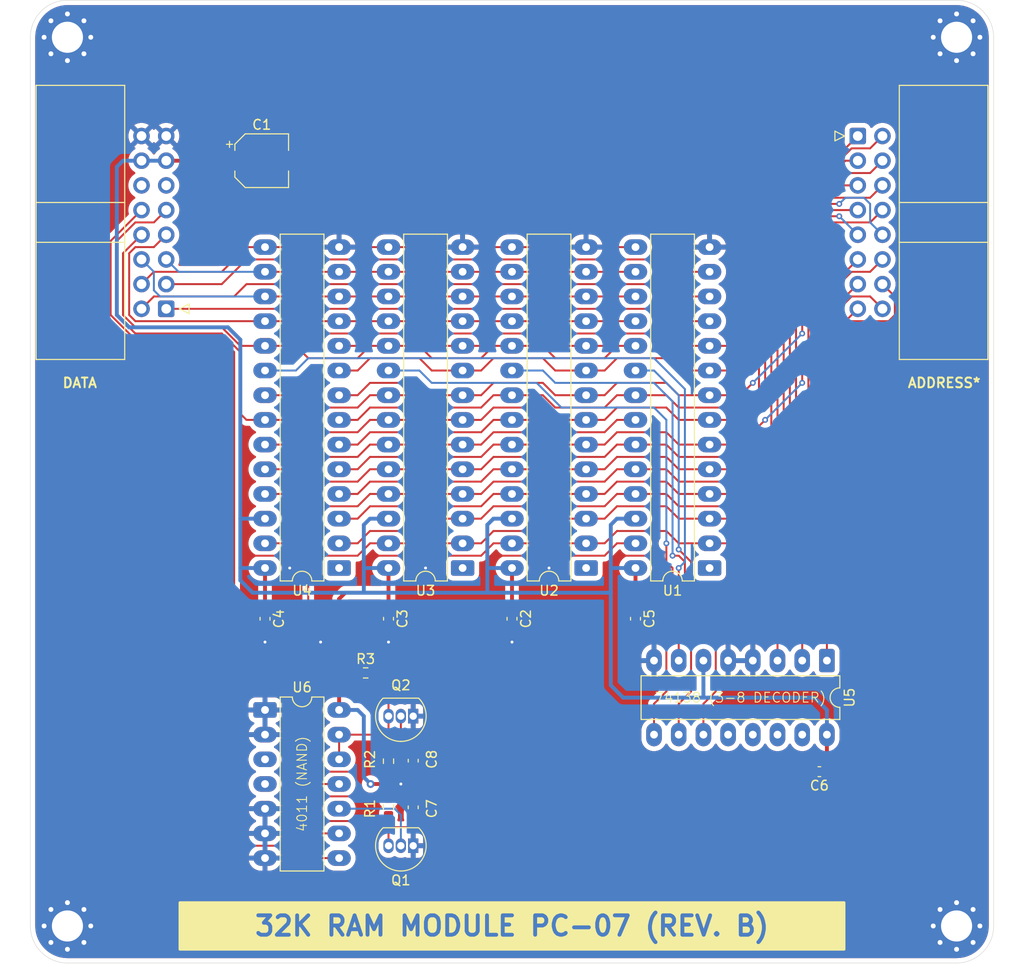
<source format=kicad_pcb>
(kicad_pcb (version 20241229) (generator "pcbnew") (generator_version "9.0")
  (title_block (title "Dual 8-Bit Register Unit") (date "2025-10-28") (rev "PC-07-B"))
  (layers (0 "F.Cu" signal) (2 "B.Cu" signal) (13 "F.Paste" user) (15 "B.Paste" user) (5 "F.SilkS" user "F.Silkscreen") (7 "B.SilkS" user "B.Silkscreen") (1 "F.Mask" user) (3 "B.Mask" user) (25 "Edge.Cuts" user))
  (net 0 "")
  (net 1 "/adr12")
  (net 2 "/adr8")
  (net 3 "/adr14")
  (net 4 "/adr13")
  (net 5 "/adr6")
  (net 6 "/adr1")
  (net 7 "/adr4")
  (net 8 "/adr10")
  (net 9 "/adr7")
  (net 10 "/adr15")
  (net 11 "/adr3")
  (net 12 "/adr5")
  (net 13 "/adr9")
  (net 14 "/adr11")
  (net 15 "/adr2")
  (net 16 "/adr0")
  (net 17 "/~{mem_write}")
  (net 18 "/data3")
  (net 19 "GND")
  (net 20 "/data2")
  (net 21 "/clock")
  (net 22 "/data6")
  (net 23 "/data5")
  (net 24 "/data7")
  (net 25 "/~{mem_read}")
  (net 26 "VCC")
  (net 27 "/data4")
  (net 28 "/data0")
  (net 29 "/data1")
  (net 30 "/~{reset}")
  (net 35 "/~{ram0}")
  (net 36 "/~{ram1}")
  (net 37 "/~{ram2}")
  (net 38 "/~{ram3}")
  (net 43 "Net-(C7-Pad2)")
  (net 44 "Net-(Q1-D)")
  (net 45 "Net-(Q2-G)")
  (net 46 "Net-(Q1-G)")
  (net 47 "Net-(Q2-D)")
  (net 48 "/~{write_pulse}")
  (footprint "Connector_IDC:IDC-Header_2x08_P2.54mm_Horizontal" (layer "F.Cu") (at 54.61 54.61 180)
    (property "Reference" "DATA_BUS1" (hide yes))
    (property "Value" "Conn_01x16")
  )
  (footprint "Package_DIP:DIP-28_W7.62mm_LongPads" (layer "F.Cu") (at 97.79 81.28 180)
    (property "Reference" "U2")
    (property "Value" "~")
  )
  (footprint "Capacitor_SMD:C_0603_1608Metric" (layer "F.Cu") (at 64.77 86.5 -90)
    (property "Reference" "C4")
    (property "Value" "C")
  )
  (footprint "Capacitor_SMD:C_0603_1608Metric" (layer "F.Cu") (at 80.01 101.105 90)
    (property "Reference" "C8")
    (property "Value" "100nF")
  )
  (footprint "Package_DIP:DIP-28_W7.62mm_LongPads" (layer "F.Cu") (at 72.39 81.28 180)
    (property "Reference" "U4")
    (property "Value" "~")
  )
  (footprint "Capacitor_SMD:C_0603_1608Metric" (layer "F.Cu") (at 102.87 86.5 -90)
    (property "Reference" "C5")
    (property "Value" "C")
  )
  (footprint "Package_DIP:DIP-28_W7.62mm_LongPads" (layer "F.Cu") (at 85.09 81.28 180)
    (property "Reference" "U3")
    (property "Value" "~")
  )
  (footprint "Capacitor_SMD:C_0603_1608Metric" (layer "F.Cu") (at 121.78 102.235 180)
    (property "Reference" "C6")
    (property "Value" "C")
  )
  (footprint "Resistor_SMD:R_0603_1608Metric" (layer "F.Cu") (at 77.47 101.155 90)
    (property "Reference" "R2")
    (property "Value" "150R")
  )
  (footprint "Package_TO_SOT_THT:TO-92_Inline" (layer "F.Cu") (at 80.01 96.52 180)
    (property "Reference" "Q2")
    (property "Value" "2N7000")
  )
  (footprint "MountingHole:MountingHole_3.2mm_M3_Pad_Via" (layer "F.Cu") (at 135.89 118.11)
    (property "Reference" "H3" (hide yes))
    (property "Value" "MountingHole_Pad")
  )
  (footprint "Resistor_SMD:R_0603_1608Metric" (layer "F.Cu") (at 77.47 105.855 -90)
    (property "Reference" "R1")
    (property "Value" "150R")
  )
  (footprint "Package_DIP:DIP-16_W7.62mm_LongPads" (layer "F.Cu") (at 122.555 90.805 -90)
    (property "Reference" "U5")
    (property "Value" "74HC138")
  )
  (footprint "Package_DIP:DIP-14_W7.62mm_LongPads" (layer "F.Cu") (at 64.77 95.885)
    (property "Reference" "U6")
    (property "Value" "4011")
  )
  (footprint "Capacitor_SMD:C_0603_1608Metric" (layer "F.Cu") (at 90.17 86.5 -90)
    (property "Reference" "C2")
    (property "Value" "C")
  )
  (footprint "Capacitor_SMD:C_0603_1608Metric" (layer "F.Cu") (at 77.47 86.5 -90)
    (property "Reference" "C3")
    (property "Value" "C")
  )
  (footprint "Capacitor_SMD:C_0603_1608Metric" (layer "F.Cu") (at 80.01 105.905 90)
    (property "Reference" "C7")
    (property "Value" "100nF")
  )
  (footprint "Connector_IDC:IDC-Header_2x08_P2.54mm_Horizontal" (layer "F.Cu") (at 125.73 36.83)
    (property "Reference" "ADDRESS_BUS1" (hide yes))
    (property "Value" "Conn_01x16")
  )
  (footprint "Package_TO_SOT_THT:TO-92_Inline" (layer "F.Cu") (at 80.01 109.855 180)
    (property "Reference" "Q1")
    (property "Value" "2N7000")
  )
  (footprint "MountingHole:MountingHole_3.2mm_M3_Pad_Via" (layer "F.Cu") (at 44.45 26.67)
    (property "Reference" "H1" (hide yes))
    (property "Value" "MountingHole_Pad")
  )
  (footprint "Capacitor_SMD:CP_Elec_5x5.3" (layer "F.Cu") (at 64.43 39.37)
    (property "Reference" "C1")
    (property "Value" "C_Polarized")
  )
  (footprint "Package_DIP:DIP-28_W7.62mm_LongPads" (layer "F.Cu") (at 110.49 81.28 180)
    (property "Reference" "U1")
    (property "Value" "~")
  )
  (footprint "Resistor_SMD:R_0603_1608Metric" (layer "F.Cu") (at 75.12 92.075)
    (property "Reference" "R3")
    (property "Value" "1k")
  )
  (footprint "MountingHole:MountingHole_3.2mm_M3_Pad_Via" (layer "F.Cu") (at 135.89 26.67)
    (property "Reference" "H2" (hide yes))
    (property "Value" "MountingHole_Pad")
  )
  (footprint "MountingHole:MountingHole_3.2mm_M3_Pad_Via" (layer "F.Cu") (at 44.45 118.11)
    (property "Reference" "H4" (hide yes))
    (property "Value" "MountingHole_Pad")
  )
  (gr_line (start 139.7 26.67) (end 139.7 118.11) (stroke (width 0.05)) (layer "Edge.Cuts"))
  (gr_arc (start 135.89 22.86) (mid 138.584077 23.975923) (end 139.7 26.67) (stroke (width 0.05)) (layer "Edge.Cuts"))
  (gr_line (start 40.64 118.11) (end 40.64 26.67) (stroke (width 0.05)) (layer "Edge.Cuts"))
  (gr_line (start 44.45 22.86) (end 135.89 22.86) (stroke (width 0.05)) (layer "Edge.Cuts"))
  (gr_line (start 135.89 121.92) (end 44.45 121.92) (stroke (width 0.05)) (layer "Edge.Cuts"))
  (gr_arc (start 44.45 121.92) (mid 41.755923 120.804077) (end 40.64 118.11) (stroke (width 0.05)) (layer "Edge.Cuts"))
  (gr_arc (start 139.7 118.11) (mid 138.584077 120.804077) (end 135.89 121.92) (stroke (width 0.05)) (layer "Edge.Cuts"))
  (gr_arc (start 40.64 26.67) (mid 41.755923 23.975923) (end 44.45 22.86) (stroke (width 0.05)) (layer "Edge.Cuts"))
  (gr_text "DATA" (at 45.72 62.23 0) (layer "F.SilkS") (effects (font (size 1 1) (thickness 0.2) (bold yes))))
  (gr_text "ADDRESS*" (at 134.62 62.23 0) (layer "F.SilkS") (effects (font (size 1 1) (thickness 0.2) (bold yes))))
  (gr_text "74138 (3-8 DECODER)" (at 113.665 94.615 0) (layer "F.SilkS") (effects (font (size 1 1) (thickness 0.1))))
  (gr_text "4011 (NAND)" (at 68.58 103.505 90) (layer "F.SilkS") (effects (font (size 1 1) (thickness 0.1))))
  (gr_text "32K RAM MODULE PC-07 (REV. B)" (at 90.17 118.11 0) (layer "F.SilkS" knockout) (effects (font (size 2 2) (thickness 0.4) (bold yes))))
  (segment (start 110.49 78.74) (end 107.315 78.74) (width 0.2) (layer "F.Cu") (net 1))
  (segment (start 106.045 77.47) (end 100.965 77.47) (width 0.2) (layer "F.Cu") (net 1))
  (segment (start 81.915 78.74) (end 80.645 77.47) (width 0.2) (layer "F.Cu") (net 1))
  (segment (start 97.79 78.74) (end 94.615 78.74) (width 0.2) (layer "F.Cu") (net 1))
  (segment (start 107.315 78.74) (end 106.045 77.47) (width 0.2) (layer "F.Cu") (net 1))
  (segment (start 100.965 77.47) (end 99.695 78.74) (width 0.2) (layer "F.Cu") (net 1))
  (segment (start 85.09 78.74) (end 81.915 78.74) (width 0.2) (layer "F.Cu") (net 1))
  (segment (start 120.65 69.215) (end 120.65 58.42) (width 0.2) (layer "F.Cu") (net 1))
  (segment (start 75.565 77.47) (end 74.295 78.74) (width 0.2) (layer "F.Cu") (net 1))
  (segment (start 110.49 78.74) (end 112.395 78.74) (width 0.2) (layer "F.Cu") (net 1))
  (segment (start 88.265 77.47) (end 86.995 78.74) (width 0.2) (layer "F.Cu") (net 1))
  (segment (start 94.615 78.74) (end 93.345 77.47) (width 0.2) (layer "F.Cu") (net 1))
  (segment (start 120.65 58.42) (end 121.285 57.785) (width 0.2) (layer "F.Cu") (net 1))
  (segment (start 80.645 77.47) (end 75.565 77.47) (width 0.2) (layer "F.Cu") (net 1))
  (segment (start 93.345 77.47) (end 88.265 77.47) (width 0.2) (layer "F.Cu") (net 1))
  (segment (start 112.395 78.74) (end 113.03 78.105) (width 0.2) (layer "F.Cu") (net 1))
  (segment (start 74.295 78.74) (end 72.39 78.74) (width 0.2) (layer "F.Cu") (net 1))
  (segment (start 86.995 78.74) (end 85.09 78.74) (width 0.2) (layer "F.Cu") (net 1))
  (segment (start 113.03 78.105) (end 113.03 76.835) (width 0.2) (layer "F.Cu") (net 1))
  (segment (start 113.03 76.835) (end 120.65 69.215) (width 0.2) (layer "F.Cu") (net 1))
  (segment (start 121.285 56.515) (end 125.73 52.07) (width 0.2) (layer "F.Cu") (net 1))
  (segment (start 121.285 57.785) (end 121.285 56.515) (width 0.2) (layer "F.Cu") (net 1))
  (segment (start 99.695 78.74) (end 97.79 78.74) (width 0.2) (layer "F.Cu") (net 1))
  (segment (start 67.945 73.66) (end 69.215 74.93) (width 0.2) (layer "F.Cu") (net 2))
  (segment (start 86.995 74.93) (end 88.265 73.66) (width 0.2) (layer "F.Cu") (net 2))
  (segment (start 123.825 45.085) (end 122.555 45.085) (width 0.2) (layer "F.Cu") (net 2))
  (segment (start 94.615 74.93) (end 99.695 74.93) (width 0.2) (layer "F.Cu") (net 2))
  (segment (start 81.915 74.93) (end 86.995 74.93) (width 0.2) (layer "F.Cu") (net 2))
  (segment (start 64.77 73.66) (end 67.945 73.66) (width 0.2) (layer "F.Cu") (net 2))
  (segment (start 122.555 45.085) (end 118.745 48.895) (width 0.2) (layer "F.Cu") (net 2))
  (segment (start 69.215 74.93) (end 74.295 74.93) (width 0.2) (layer "F.Cu") (net 2))
  (segment (start 80.645 73.66) (end 81.915 74.93) (width 0.2) (layer "F.Cu") (net 2))
  (segment (start 112.395 74.93) (end 107.315 74.93) (width 0.2) (layer "F.Cu") (net 2))
  (segment (start 99.695 74.93) (end 100.965 73.66) (width 0.2) (layer "F.Cu") (net 2))
  (segment (start 107.315 74.93) (end 106.045 73.66) (width 0.2) (layer "F.Cu") (net 2))
  (segment (start 75.565 73.66) (end 77.47 73.66) (width 0.2) (layer "F.Cu") (net 2))
  (segment (start 93.345 73.66) (end 94.615 74.93) (width 0.2) (layer "F.Cu") (net 2))
  (segment (start 90.17 73.66) (end 93.345 73.66) (width 0.2) (layer "F.Cu") (net 2))
  (segment (start 106.045 73.66) (end 102.87 73.66) (width 0.2) (layer "F.Cu") (net 2))
  (segment (start 118.745 68.58) (end 112.395 74.93) (width 0.2) (layer "F.Cu") (net 2))
  (segment (start 100.965 73.66) (end 102.87 73.66) (width 0.2) (layer "F.Cu") (net 2))
  (segment (start 118.745 48.895) (end 118.745 68.58) (width 0.2) (layer "F.Cu") (net 2))
  (segment (start 77.47 73.66) (end 80.645 73.66) (width 0.2) (layer "F.Cu") (net 2))
  (segment (start 74.295 74.93) (end 75.565 73.66) (width 0.2) (layer "F.Cu") (net 2))
  (segment (start 88.265 73.66) (end 90.17 73.66) (width 0.2) (layer "F.Cu") (net 2))
  (via (at 123.825 45.085) (size 0.6) (drill 0.3) (layers "F.Cu" "B.Cu") (net 2))
  (segment (start 123.825 45.085) (end 125.73 46.99) (width 0.2) (layer "B.Cu") (net 2))
  (segment (start 120.015 88.9) (end 120.015 90.805) (width 0.2) (layer "F.Cu") (net 3))
  (segment (start 121.92 62.865) (end 121.92 87.63) (width 0.2) (layer "F.Cu") (net 3))
  (segment (start 121.92 87.63) (end 121.285 88.265) (width 0.2) (layer "F.Cu") (net 3))
  (segment (start 121.92 58.42) (end 121.92 62.865) (width 0.2) (layer "F.Cu") (net 3))
  (segment (start 120.65 88.265) (end 120.015 88.9) (width 0.2) (layer "F.Cu") (net 3))
  (segment (start 125.73 54.61) (end 121.92 58.42) (width 0.2) (layer "F.Cu") (net 3))
  (segment (start 121.285 88.265) (end 120.65 88.265) (width 0.2) (layer "F.Cu") (net 3))
  (segment (start 122.555 90.805) (end 122.555 62.865) (width 0.2) (layer "F.Cu") (net 4))
  (segment (start 122.555 58.42) (end 125.095 55.88) (width 0.2) (layer "F.Cu") (net 4))
  (segment (start 122.555 62.865) (end 122.555 58.42) (width 0.2) (layer "F.Cu") (net 4))
  (segment (start 125.095 55.88) (end 128.905 55.88) (width 0.2) (layer "F.Cu") (net 4))
  (segment (start 129.54 55.245) (end 129.54 53.34) (width 0.2) (layer "F.Cu") (net 4))
  (segment (start 128.905 55.88) (end 129.54 55.245) (width 0.2) (layer "F.Cu") (net 4))
  (segment (start 129.54 53.34) (end 128.27 52.07) (width 0.2) (layer "F.Cu") (net 4))
  (segment (start 118.11 67.945) (end 118.11 48.895) (width 0.2) (layer "F.Cu") (net 5))
  (segment (start 110.49 73.66) (end 112.395 73.66) (width 0.2) (layer "F.Cu") (net 5))
  (segment (start 75.565 72.39) (end 74.295 73.66) (width 0.2) (layer "F.Cu") (net 5))
  (segment (start 85.09 73.66) (end 81.915 73.66) (width 0.2) (layer "F.Cu") (net 5))
  (segment (start 110.49 73.66) (end 107.315 73.66) (width 0.2) (layer "F.Cu") (net 5))
  (segment (start 74.295 73.66) (end 72.39 73.66) (width 0.2) (layer "F.Cu") (net 5))
  (segment (start 88.265 72.39) (end 86.995 73.66) (width 0.2) (layer "F.Cu") (net 5))
  (segment (start 100.965 72.39) (end 99.695 73.66) (width 0.2) (layer "F.Cu") (net 5))
  (segment (start 118.11 48.895) (end 122.555 44.45) (width 0.2) (layer "F.Cu") (net 5))
  (segment (start 99.695 73.66) (end 97.79 73.66) (width 0.2) (layer "F.Cu") (net 5))
  (segment (start 80.645 72.39) (end 75.565 72.39) (width 0.2) (layer "F.Cu") (net 5))
  (segment (start 86.995 73.66) (end 85.09 73.66) (width 0.2) (layer "F.Cu") (net 5))
  (segment (start 106.045 72.39) (end 100.965 72.39) (width 0.2) (layer "F.Cu") (net 5))
  (segment (start 122.555 44.45) (end 125.73 44.45) (width 0.2) (layer "F.Cu") (net 5))
  (segment (start 97.79 73.66) (end 94.615 73.66) (width 0.2) (layer "F.Cu") (net 5))
  (segment (start 112.395 73.66) (end 118.11 67.945) (width 0.2) (layer "F.Cu") (net 5))
  (segment (start 93.345 72.39) (end 88.265 72.39) (width 0.2) (layer "F.Cu") (net 5))
  (segment (start 94.615 73.66) (end 93.345 72.39) (width 0.2) (layer "F.Cu") (net 5))
  (segment (start 81.915 73.66) (end 80.645 72.39) (width 0.2) (layer "F.Cu") (net 5))
  (segment (start 107.315 73.66) (end 106.045 72.39) (width 0.2) (layer "F.Cu") (net 5))
  (segment (start 125.095 38.1) (end 127 38.1) (width 0.2) (layer "F.Cu") (net 6))
  (segment (start 110.49 60.96) (end 112.395 60.96) (width 0.2) (layer "F.Cu") (net 6))
  (segment (start 114.3 59.055) (end 114.3 48.895) (width 0.2) (layer "F.Cu") (net 6))
  (segment (start 106.045 59.69) (end 107.315 60.96) (width 0.2) (layer "F.Cu") (net 6))
  (segment (start 112.395 60.96) (end 114.3 59.055) (width 0.2) (layer "F.Cu") (net 6))
  (segment (start 75.565 59.69) (end 80.645 59.69) (width 0.2) (layer "F.Cu") (net 6))
  (segment (start 86.995 60.96) (end 88.265 59.69) (width 0.2) (layer "F.Cu") (net 6))
  (segment (start 80.645 59.69) (end 81.915 60.96) (width 0.2) (layer "F.Cu") (net 6))
  (segment (start 100.965 59.69) (end 106.045 59.69) (width 0.2) (layer "F.Cu") (net 6))
  (segment (start 97.79 60.96) (end 99.695 60.96) (width 0.2) (layer "F.Cu") (net 6))
  (segment (start 74.295 60.96) (end 75.565 59.69) (width 0.2) (layer "F.Cu") (net 6))
  (segment (start 99.695 60.96) (end 100.965 59.69) (width 0.2) (layer "F.Cu") (net 6))
  (segment (start 114.3 48.895) (end 125.095 38.1) (width 0.2) (layer "F.Cu") (net 6))
  (segment (start 88.265 59.69) (end 93.345 59.69) (width 0.2) (layer "F.Cu") (net 6))
  (segment (start 72.39 60.96) (end 74.295 60.96) (width 0.2) (layer "F.Cu") (net 6))
  (segment (start 81.915 60.96) (end 85.09 60.96) (width 0.2) (layer "F.Cu") (net 6))
  (segment (start 127 38.1) (end 128.27 36.83) (width 0.2) (layer "F.Cu") (net 6))
  (segment (start 107.315 60.96) (end 110.49 60.96) (width 0.2) (layer "F.Cu") (net 6))
  (segment (start 93.345 59.69) (end 94.615 60.96) (width 0.2) (layer "F.Cu") (net 6))
  (segment (start 94.615 60.96) (end 97.79 60.96) (width 0.2) (layer "F.Cu") (net 6))
  (segment (start 85.09 60.96) (end 86.995 60.96) (width 0.2) (layer "F.Cu") (net 6))
  (segment (start 75.565 67.31) (end 74.295 68.58) (width 0.2) (layer "F.Cu") (net 7))
  (segment (start 74.295 68.58) (end 72.39 68.58) (width 0.2) (layer "F.Cu") (net 7))
  (segment (start 88.265 67.31) (end 86.995 68.58) (width 0.2) (layer "F.Cu") (net 7))
  (segment (start 110.49 68.58) (end 107.315 68.58) (width 0.2) (layer "F.Cu") (net 7))
  (segment (start 80.645 67.31) (end 75.565 67.31) (width 0.2) (layer "F.Cu") (net 7))
  (segment (start 85.09 68.58) (end 81.915 68.58) (width 0.2) (layer "F.Cu") (net 7))
  (segment (start 107.315 68.58) (end 106.045 67.31) (width 0.2) (layer "F.Cu") (net 7))
  (segment (start 81.915 68.58) (end 80.645 67.31) (width 0.2) (layer "F.Cu") (net 7))
  (segment (start 116.205 64.77) (end 112.395 68.58) (width 0.2) (layer "F.Cu") (net 7))
  (segment (start 106.045 67.31) (end 100.965 67.31) (width 0.2) (layer "F.Cu") (net 7))
  (segment (start 99.695 68.58) (end 97.79 68.58) (width 0.2) (layer "F.Cu") (net 7))
  (segment (start 123.19 41.91) (end 116.205 48.895) (width 0.2) (layer "F.Cu") (net 7))
  (segment (start 97.79 68.58) (end 94.615 68.58) (width 0.2) (layer "F.Cu") (net 7))
  (segment (start 94.615 68.58) (end 93.345 67.31) (width 0.2) (layer "F.Cu") (net 7))
  (segment (start 100.965 67.31) (end 99.695 68.58) (width 0.2) (layer "F.Cu") (net 7))
  (segment (start 125.73 41.91) (end 123.19 41.91) (width 0.2) (layer "F.Cu") (net 7))
  (segment (start 116.205 48.895) (end 116.205 64.77) (width 0.2) (layer "F.Cu") (net 7))
  (segment (start 93.345 67.31) (end 88.265 67.31) (width 0.2) (layer "F.Cu") (net 7))
  (segment (start 112.395 68.58) (end 110.49 68.58) (width 0.2) (layer "F.Cu") (net 7))
  (segment (start 86.995 68.58) (end 85.09 68.58) (width 0.2) (layer "F.Cu") (net 7))
  (segment (start 77.47 63.5) (end 80.645 63.5) (width 0.2) (layer "F.Cu") (net 8))
  (segment (start 94.615 64.77) (end 99.695 64.77) (width 0.2) (layer "F.Cu") (net 8))
  (segment (start 74.295 64.77) (end 75.565 63.5) (width 0.2) (layer "F.Cu") (net 8))
  (segment (start 100.965 63.5) (end 102.87 63.5) (width 0.2) (layer "F.Cu") (net 8))
  (segment (start 88.265 63.5) (end 90.17 63.5) (width 0.2) (layer "F.Cu") (net 8))
  (segment (start 90.17 63.5) (end 93.345 63.5) (width 0.2) (layer "F.Cu") (net 8))
  (segment (start 81.915 64.77) (end 86.995 64.77) (width 0.2) (layer "F.Cu") (net 8))
  (segment (start 107.315 64.77) (end 112.395 64.77) (width 0.2) (layer "F.Cu") (net 8))
  (segment (start 86.995 64.77) (end 88.265 63.5) (width 0.2) (layer "F.Cu") (net 8))
  (segment (start 69.215 64.77) (end 74.295 64.77) (width 0.2) (layer "F.Cu") (net 8))
  (segment (start 67.945 63.5) (end 69.215 64.77) (width 0.2) (layer "F.Cu") (net 8))
  (segment (start 120.015 55.245) (end 125.73 49.53) (width 0.2) (layer "F.Cu") (net 8))
  (segment (start 64.77 63.5) (end 67.945 63.5) (width 0.2) (layer "F.Cu") (net 8))
  (segment (start 99.695 64.77) (end 100.965 63.5) (width 0.2) (layer "F.Cu") (net 8))
  (segment (start 80.645 63.5) (end 81.915 64.77) (width 0.2) (layer "F.Cu") (net 8))
  (segment (start 93.345 63.5) (end 94.615 64.77) (width 0.2) (layer "F.Cu") (net 8))
  (segment (start 75.565 63.5) (end 77.47 63.5) (width 0.2) (layer "F.Cu") (net 8))
  (segment (start 120.015 57.15) (end 120.015 55.245) (width 0.2) (layer "F.Cu") (net 8))
  (segment (start 112.395 64.77) (end 114.935 62.23) (width 0.2) (layer "F.Cu") (net 8))
  (segment (start 102.87 63.5) (end 106.045 63.5) (width 0.2) (layer "F.Cu") (net 8))
  (segment (start 106.045 63.5) (end 107.315 64.77) (width 0.2) (layer "F.Cu") (net 8))
  (via (at 120.015 57.15) (size 0.6) (drill 0.3) (layers "F.Cu" "B.Cu") (net 8))
  (via (at 114.935 62.23) (size 0.6) (drill 0.3) (layers "F.Cu" "B.Cu") (net 8))
  (segment (start 114.935 62.23) (end 120.015 57.15) (width 0.2) (layer "B.Cu") (net 8))
  (segment (start 119.38 69.215) (end 119.38 48.895) (width 0.2) (layer "F.Cu") (net 9))
  (segment (start 93.345 74.93) (end 94.615 76.2) (width 0.2) (layer "F.Cu") (net 9))
  (segment (start 85.09 76.2) (end 86.995 76.2) (width 0.2) (layer "F.Cu") (net 9))
  (segment (start 94.615 76.2) (end 97.79 76.2) (width 0.2) (layer "F.Cu") (net 9))
  (segment (start 88.265 74.93) (end 93.345 74.93) (width 0.2) (layer "F.Cu") (net 9))
  (segment (start 80.645 74.93) (end 81.915 76.2) (width 0.2) (layer "F.Cu") (net 9))
  (segment (start 119.38 48.895) (end 122.555 45.72) (width 0.2) (layer "F.Cu") (net 9))
  (segment (start 97.79 76.2) (end 99.695 76.2) (width 0.2) (layer "F.Cu") (net 9))
  (segment (start 100.965 74.93) (end 106.045 74.93) (width 0.2) (layer "F.Cu") (net 9))
  (segment (start 99.695 76.2) (end 100.965 74.93) (width 0.2) (layer "F.Cu") (net 9))
  (segment (start 107.315 76.2) (end 110.49 76.2) (width 0.2) (layer "F.Cu") (net 9))
  (segment (start 112.395 76.2) (end 119.38 69.215) (width 0.2) (layer "F.Cu") (net 9))
  (segment (start 75.565 74.93) (end 80.645 74.93) (width 0.2) (layer "F.Cu") (net 9))
  (segment (start 110.49 76.2) (end 112.395 76.2) (width 0.2) (layer "F.Cu") (net 9))
  (segment (start 86.995 76.2) (end 88.265 74.93) (width 0.2) (layer "F.Cu") (net 9))
  (segment (start 74.295 76.2) (end 75.565 74.93) (width 0.2) (layer "F.Cu") (net 9))
  (segment (start 72.39 76.2) (end 74.295 76.2) (width 0.2) (layer "F.Cu") (net 9))
  (segment (start 81.915 76.2) (end 85.09 76.2) (width 0.2) (layer "F.Cu") (net 9))
  (segment (start 106.045 74.93) (end 107.315 76.2) (width 0.2) (layer "F.Cu") (net 9))
  (segment (start 122.555 45.72) (end 127 45.72) (width 0.2) (layer "F.Cu") (net 9))
  (segment (start 127 45.72) (end 128.27 44.45) (width 0.2) (layer "F.Cu") (net 9))
  (segment (start 118.745 87.63) (end 120.65 87.63) (width 0.2) (layer "F.Cu") (net 10))
  (segment (start 121.285 86.995) (end 121.285 71.755) (width 0.2) (layer "F.Cu") (net 10))
  (segment (start 125.095 53.34) (end 121.92 56.515) (width 0.2) (layer "F.Cu") (net 10))
  (segment (start 120.65 87.63) (end 121.285 86.995) (width 0.2) (layer "F.Cu") (net 10))
  (segment (start 128.27 54.61) (end 127 53.34) (width 0.2) (layer "F.Cu") (net 10))
  (segment (start 121.285 71.755) (end 121.285 64.135) (width 0.2) (layer "F.Cu") (net 10))
  (segment (start 117.475 88.9) (end 118.11 88.265) (width 0.2) (layer "F.Cu") (net 10))
  (segment (start 117.475 88.9) (end 117.475 90.805) (width 0.2) (layer "F.Cu") (net 10))
  (segment (start 121.285 58.42) (end 121.285 64.135) (width 0.2) (layer "F.Cu") (net 10))
  (segment (start 127 53.34) (end 125.095 53.34) (width 0.2) (layer "F.Cu") (net 10))
  (segment (start 121.92 57.785) (end 121.285 58.42) (width 0.2) (layer "F.Cu") (net 10))
  (segment (start 121.92 56.515) (end 121.92 57.785) (width 0.2) (layer "F.Cu") (net 10))
  (segment (start 118.11 88.265) (end 118.745 87.63) (width 0.2) (layer "F.Cu") (net 10))
  (segment (start 86.995 66.04) (end 88.265 64.77) (width 0.2) (layer "F.Cu") (net 11))
  (segment (start 81.915 66.04) (end 85.09 66.04) (width 0.2) (layer "F.Cu") (net 11))
  (segment (start 74.295 66.04) (end 75.565 64.77) (width 0.2) (layer "F.Cu") (net 11))
  (segment (start 123.825 40.64) (end 115.57 48.895) (width 0.2) (layer "F.Cu") (net 11))
  (segment (start 106.045 64.77) (end 107.315 66.04) (width 0.2) (layer "F.Cu") (net 11))
  (segment (start 107.315 66.04) (end 110.49 66.04) (width 0.2) (layer "F.Cu") (net 11))
  (segment (start 127 40.64) (end 123.825 40.64) (width 0.2) (layer "F.Cu") (net 11))
  (segment (start 94.615 66.04) (end 97.79 66.04) (width 0.2) (layer "F.Cu") (net 11))
  (segment (start 100.965 64.77) (end 106.045 64.77) (width 0.2) (layer "F.Cu") (net 11))
  (segment (start 99.695 66.04) (end 100.965 64.77) (width 0.2) (layer "F.Cu") (net 11))
  (segment (start 128.27 39.37) (end 127 40.64) (width 0.2) (layer "F.Cu") (net 11))
  (segment (start 80.645 64.77) (end 81.915 66.04) (width 0.2) (layer "F.Cu") (net 11))
  (segment (start 93.345 64.77) (end 94.615 66.04) (width 0.2) (layer "F.Cu") (net 11))
  (segment (start 115.57 48.895) (end 115.57 62.865) (width 0.2) (layer "F.Cu") (net 11))
  (segment (start 72.39 66.04) (end 74.295 66.04) (width 0.2) (layer "F.Cu") (net 11))
  (segment (start 88.265 64.77) (end 93.345 64.77) (width 0.2) (layer "F.Cu") (net 11))
  (segment (start 97.79 66.04) (end 99.695 66.04) (width 0.2) (layer "F.Cu") (net 11))
  (segment (start 85.09 66.04) (end 86.995 66.04) (width 0.2) (layer "F.Cu") (net 11))
  (segment (start 115.57 62.865) (end 112.395 66.04) (width 0.2) (layer "F.Cu") (net 11))
  (segment (start 112.395 66.04) (end 110.49 66.04) (width 0.2) (layer "F.Cu") (net 11))
  (segment (start 75.565 64.77) (end 80.645 64.77) (width 0.2) (layer "F.Cu") (net 11))
  (segment (start 106.045 69.85) (end 107.315 71.12) (width 0.2) (layer "F.Cu") (net 12))
  (segment (start 74.295 71.12) (end 75.565 69.85) (width 0.2) (layer "F.Cu") (net 12))
  (segment (start 86.995 71.12) (end 88.265 69.85) (width 0.2) (layer "F.Cu") (net 12))
  (segment (start 116.84 66.675) (end 116.84 48.895) (width 0.2) (layer "F.Cu") (net 12))
  (segment (start 80.645 69.85) (end 81.915 71.12) (width 0.2) (layer "F.Cu") (net 12))
  (segment (start 88.265 69.85) (end 93.345 69.85) (width 0.2) (layer "F.Cu") (net 12))
  (segment (start 85.09 71.12) (end 86.995 71.12) (width 0.2) (layer "F.Cu") (net 12))
  (segment (start 97.79 71.12) (end 99.695 71.12) (width 0.2) (layer "F.Cu") (net 12))
  (segment (start 94.615 71.12) (end 97.79 71.12) (width 0.2) (layer "F.Cu") (net 12))
  (segment (start 127 43.18) (end 128.27 41.91) (width 0.2) (layer "F.Cu") (net 12))
  (segment (start 122.555 43.18) (end 127 43.18) (width 0.2) (layer "F.Cu") (net 12))
  (segment (start 112.395 71.12) (end 116.84 66.675) (width 0.2) (layer "F.Cu") (net 12))
  (segment (start 100.965 69.85) (end 106.045 69.85) (width 0.2) (layer "F.Cu") (net 12))
  (segment (start 75.565 69.85) (end 80.645 69.85) (width 0.2) (layer "F.Cu") (net 12))
  (segment (start 110.49 71.12) (end 112.395 71.12) (width 0.2) (layer "F.Cu") (net 12))
  (segment (start 93.345 69.85) (end 94.615 71.12) (width 0.2) (layer "F.Cu") (net 12))
  (segment (start 107.315 71.12) (end 110.49 71.12) (width 0.2) (layer "F.Cu") (net 12))
  (segment (start 99.695 71.12) (end 100.965 69.85) (width 0.2) (layer "F.Cu") (net 12))
  (segment (start 81.915 71.12) (end 85.09 71.12) (width 0.2) (layer "F.Cu") (net 12))
  (segment (start 116.84 48.895) (end 122.555 43.18) (width 0.2) (layer "F.Cu") (net 12))
  (segment (start 72.39 71.12) (end 74.295 71.12) (width 0.2) (layer "F.Cu") (net 12))
  (segment (start 80.645 71.12) (end 77.47 71.12) (width 0.2) (layer "F.Cu") (net 13))
  (segment (start 99.695 72.39) (end 94.615 72.39) (width 0.2) (layer "F.Cu") (net 13))
  (segment (start 117.475 48.895) (end 117.475 67.31) (width 0.2) (layer "F.Cu") (net 13))
  (segment (start 74.295 72.39) (end 69.215 72.39) (width 0.2) (layer "F.Cu") (net 13))
  (segment (start 107.315 72.39) (end 112.395 72.39) (width 0.2) (layer "F.Cu") (net 13))
  (segment (start 75.565 71.12) (end 74.295 72.39) (width 0.2) (layer "F.Cu") (net 13))
  (segment (start 102.87 71.12) (end 106.045 71.12) (width 0.2) (layer "F.Cu") (net 13))
  (segment (start 90.17 71.12) (end 88.265 71.12) (width 0.2) (layer "F.Cu") (net 13))
  (segment (start 86.995 72.39) (end 81.915 72.39) (width 0.2) (layer "F.Cu") (net 13))
  (segment (start 69.215 72.39) (end 67.945 71.12) (width 0.2) (layer "F.Cu") (net 13))
  (segment (start 67.945 71.12) (end 64.77 71.12) (width 0.2) (layer "F.Cu") (net 13))
  (segment (start 102.87 71.12) (end 100.965 71.12) (width 0.2) (layer "F.Cu") (net 13))
  (segment (start 122.555 43.815) (end 117.475 48.895) (width 0.2) (layer "F.Cu") (net 13))
  (segment (start 123.825 43.815) (end 122.555 43.815) (width 0.2) (layer "F.Cu") (net 13))
  (segment (start 112.395 72.39) (end 117.475 67.31) (width 0.2) (layer "F.Cu") (net 13))
  (segment (start 93.345 71.12) (end 90.17 71.12) (width 0.2) (layer "F.Cu") (net 13))
  (segment (start 81.915 72.39) (end 80.645 71.12) (width 0.2) (layer "F.Cu") (net 13))
  (segment (start 106.045 71.12) (end 107.315 72.39) (width 0.2) (layer "F.Cu") (net 13))
  (segment (start 100.965 71.12) (end 99.695 72.39) (width 0.2) (layer "F.Cu") (net 13))
  (segment (start 77.47 71.12) (end 75.565 71.12) (width 0.2) (layer "F.Cu") (net 13))
  (segment (start 94.615 72.39) (end 93.345 71.12) (width 0.2) (layer "F.Cu") (net 13))
  (segment (start 88.265 71.12) (end 86.995 72.39) (width 0.2) (layer "F.Cu") (net 13))
  (via (at 123.825 43.815) (size 0.6) (drill 0.3) (layers "F.Cu" "B.Cu") (net 13))
  (segment (start 124.46 43.18) (end 126.365 43.18) (width 0.2) (layer "B.Cu") (net 13))
  (segment (start 127 45.72) (end 128.27 46.99) (width 0.2) (layer "B.Cu") (net 13))
  (segment (start 127 43.815) (end 127 45.72) (width 0.2) (layer "B.Cu") (net 13))
  (segment (start 123.825 43.815) (end 124.46 43.18) (width 0.2) (layer "B.Cu") (net 13))
  (segment (start 127 43.815) (end 126.365 43.18) (width 0.2) (layer "B.Cu") (net 13))
  (segment (start 112.395 69.85) (end 116.205 66.04) (width 0.2) (layer "F.Cu") (net 14))
  (segment (start 106.045 68.58) (end 107.315 69.85) (width 0.2) (layer "F.Cu") (net 14))
  (segment (start 88.265 68.58) (end 86.995 69.85) (width 0.2) (layer "F.Cu") (net 14))
  (segment (start 99.695 69.85) (end 100.965 68.58) (width 0.2) (layer "F.Cu") (net 14))
  (segment (start 69.215 69.85) (end 74.295 69.85) (width 0.2) (layer "F.Cu") (net 14))
  (segment (start 125.095 50.8) (end 120.65 55.245) (width 0.2) (layer "F.Cu") (net 14))
  (segment (start 90.17 68.58) (end 88.265 68.58) (width 0.2) (layer "F.Cu") (net 14))
  (segment (start 90.17 68.58) (end 93.345 68.58) (width 0.2) (layer "F.Cu") (net 14))
  (segment (start 64.77 68.58) (end 67.945 68.58) (width 0.2) (layer "F.Cu") (net 14))
  (segment (start 100.965 68.58) (end 102.87 68.58) (width 0.2) (layer "F.Cu") (net 14))
  (segment (start 74.295 69.85) (end 75.565 68.58) (width 0.2) (layer "F.Cu") (net 14))
  (segment (start 94.615 69.85) (end 99.695 69.85) (width 0.2) (layer "F.Cu") (net 14))
  (segment (start 102.87 68.58) (end 106.045 68.58) (width 0.2) (layer "F.Cu") (net 14))
  (segment (start 93.345 68.58) (end 94.615 69.85) (width 0.2) (layer "F.Cu") (net 14))
  (segment (start 120.65 57.785) (end 120.65 55.245) (width 0.2) (layer "F.Cu") (net 14))
  (segment (start 107.315 69.85) (end 112.395 69.85) (width 0.2) (layer "F.Cu") (net 14))
  (segment (start 125.095 50.8) (end 127 50.8) (width 0.2) (layer "F.Cu") (net 14))
  (segment (start 120.015 62.23) (end 120.015 58.42) (width 0.2) (layer "F.Cu") (net 14))
  (segment (start 77.47 68.58) (end 80.645 68.58) (width 0.2) (layer "F.Cu") (net 14))
  (segment (start 80.645 68.58) (end 81.915 69.85) (width 0.2) (layer "F.Cu") (net 14))
  (segment (start 120.015 58.42) (end 120.65 57.785) (width 0.2) (layer "F.Cu") (net 14))
  (segment (start 67.945 68.58) (end 69.215 69.85) (width 0.2) (layer "F.Cu") (net 14))
  (segment (start 127 50.8) (end 128.27 49.53) (width 0.2) (layer "F.Cu") (net 14))
  (segment (start 75.565 68.58) (end 77.47 68.58) (width 0.2) (layer "F.Cu") (net 14))
  (segment (start 81.915 69.85) (end 86.995 69.85) (width 0.2) (layer "F.Cu") (net 14))
  (via (at 120.015 62.23) (size 0.6) (drill 0.3) (layers "F.Cu" "B.Cu") (net 14))
  (via (at 116.205 66.04) (size 0.6) (drill 0.3) (layers "F.Cu" "B.Cu") (net 14))
  (segment (start 116.205 66.04) (end 120.015 62.23) (width 0.2) (layer "B.Cu") (net 14))
  (segment (start 125.73 39.37) (end 124.46 39.37) (width 0.2) (layer "F.Cu") (net 15))
  (segment (start 80.645 62.23) (end 75.565 62.23) (width 0.2) (layer "F.Cu") (net 15))
  (segment (start 86.995 63.5) (end 85.09 63.5) (width 0.2) (layer "F.Cu") (net 15))
  (segment (start 106.045 62.23) (end 100.965 62.23) (width 0.2) (layer "F.Cu") (net 15))
  (segment (start 74.295 63.5) (end 72.39 63.5) (width 0.2) (layer "F.Cu") (net 15))
  (segment (start 93.345 62.23) (end 88.265 62.23) (width 0.2) (layer "F.Cu") (net 15))
  (segment (start 107.315 63.5) (end 106.045 62.23) (width 0.2) (layer "F.Cu") (net 15))
  (segment (start 100.965 62.23) (end 99.695 63.5) (width 0.2) (layer "F.Cu") (net 15))
  (segment (start 88.265 62.23) (end 86.995 63.5) (width 0.2) (layer "F.Cu") (net 15))
  (segment (start 81.915 63.5) (end 80.645 62.23) (width 0.2) (layer "F.Cu") (net 15))
  (segment (start 75.565 62.23) (end 74.295 63.5) (width 0.2) (layer "F.Cu") (net 15))
  (segment (start 85.09 63.5) (end 81.915 63.5) (width 0.2) (layer "F.Cu") (net 15))
  (segment (start 110.49 63.5) (end 107.315 63.5) (width 0.2) (layer "F.Cu") (net 15))
  (segment (start 112.395 63.5) (end 110.49 63.5) (width 0.2) (layer "F.Cu") (net 15))
  (segment (start 114.935 60.96) (end 112.395 63.5) (width 0.2) (layer "F.Cu") (net 15))
  (segment (start 99.695 63.5) (end 97.79 63.5) (width 0.2) (layer "F.Cu") (net 15))
  (segment (start 124.46 39.37) (end 114.935 48.895) (width 0.2) (layer "F.Cu") (net 15))
  (segment (start 94.615 63.5) (end 93.345 62.23) (width 0.2) (layer "F.Cu") (net 15))
  (segment (start 97.79 63.5) (end 94.615 63.5) (width 0.2) (layer "F.Cu") (net 15))
  (segment (start 114.935 48.895) (end 114.935 60.96) (width 0.2) (layer "F.Cu") (net 15))
  (segment (start 74.295 58.42) (end 72.39 58.42) (width 0.2) (layer "F.Cu") (net 16))
  (segment (start 94.615 58.42) (end 93.345 57.15) (width 0.2) (layer "F.Cu") (net 16))
  (segment (start 81.915 58.42) (end 80.645 57.15) (width 0.2) (layer "F.Cu") (net 16))
  (segment (start 107.315 58.42) (end 106.045 57.15) (width 0.2) (layer "F.Cu") (net 16))
  (segment (start 125.73 36.83) (end 113.665 48.895) (width 0.2) (layer "F.Cu") (net 16))
  (segment (start 75.565 57.15) (end 74.295 58.42) (width 0.2) (layer "F.Cu") (net 16))
  (segment (start 106.045 57.15) (end 100.965 57.15) (width 0.2) (layer "F.Cu") (net 16))
  (segment (start 97.79 58.42) (end 94.615 58.42) (width 0.2) (layer "F.Cu") (net 16))
  (segment (start 110.49 58.42) (end 112.395 58.42) (width 0.2) (layer "F.Cu") (net 16))
  (segment (start 85.09 58.42) (end 81.915 58.42) (width 0.2) (layer "F.Cu") (net 16))
  (segment (start 112.395 58.42) (end 113.665 57.15) (width 0.2) (layer "F.Cu") (net 16))
  (segment (start 99.695 58.42) (end 97.79 58.42) (width 0.2) (layer "F.Cu") (net 16))
  (segment (start 88.265 57.15) (end 86.995 58.42) (width 0.2) (layer "F.Cu") (net 16))
  (segment (start 100.965 57.15) (end 99.695 58.42) (width 0.2) (layer "F.Cu") (net 16))
  (segment (start 86.995 58.42) (end 85.09 58.42) (width 0.2) (layer "F.Cu") (net 16))
  (segment (start 110.49 58.42) (end 107.315 58.42) (width 0.2) (layer "F.Cu") (net 16))
  (segment (start 93.345 57.15) (end 88.265 57.15) (width 0.2) (layer "F.Cu") (net 16))
  (segment (start 80.645 57.15) (end 75.565 57.15) (width 0.2) (layer "F.Cu") (net 16))
  (segment (start 113.665 57.15) (end 113.665 48.895) (width 0.2) (layer "F.Cu") (net 16))
  (segment (start 69.85 108.585) (end 69.215 109.22) (width 0.2) (layer "F.Cu") (net 17))
  (segment (start 48.895 55.245) (end 51.435 57.785) (width 0.2) (layer "F.Cu") (net 17))
  (segment (start 69.215 109.855) (end 62.23 109.855) (width 0.2) (layer "F.Cu") (net 17))
  (segment (start 52.07 44.45) (end 48.895 47.625) (width 0.2) (layer "F.Cu") (net 17))
  (segment (start 69.215 110.49) (end 69.85 111.125) (width 0.2) (layer "F.Cu") (net 17))
  (segment (start 60.325 57.785) (end 61.595 59.055) (width 0.2) (layer "F.Cu") (net 17))
  (segment (start 69.85 111.125) (end 72.39 111.125) (width 0.2) (layer "F.Cu") (net 17))
  (segment (start 51.435 57.785) (end 60.325 57.785) (width 0.2) (layer "F.Cu") (net 17))
  (segment (start 61.595 59.055) (end 61.595 106.68) (width 0.2) (layer "F.Cu") (net 17))
  (segment (start 61.595 109.22) (end 61.595 106.68) (width 0.2) (layer "F.Cu") (net 17))
  (segment (start 48.895 47.625) (end 48.895 55.245) (width 0.2) (layer "F.Cu") (net 17))
  (segment (start 69.215 109.855) (end 69.215 110.49) (width 0.2) (layer "F.Cu") (net 17))
  (segment (start 69.85 108.585) (end 72.39 108.585) (width 0.2) (layer "F.Cu") (net 17))
  (segment (start 62.23 109.855) (end 61.595 109.22) (width 0.2) (layer "F.Cu") (net 17))
  (segment (start 69.215 109.22) (end 69.215 109.855) (width 0.2) (layer "F.Cu") (net 17))
  (segment (start 102.87 48.26) (end 100.965 48.26) (width 0.2) (layer "F.Cu") (net 18))
  (segment (start 69.215 49.53) (end 67.945 48.26) (width 0.2) (layer "F.Cu") (net 18))
  (segment (start 90.17 48.26) (end 88.265 48.26) (width 0.2) (layer "F.Cu") (net 18))
  (segment (start 93.345 48.26) (end 90.17 48.26) (width 0.2) (layer "F.Cu") (net 18))
  (segment (start 99.695 49.53) (end 94.615 49.53) (width 0.2) (layer "F.Cu") (net 18))
  (segment (start 77.47 48.26) (end 75.565 48.26) (width 0.2) (layer "F.Cu") (net 18))
  (segment (start 80.645 48.26) (end 77.47 48.26) (width 0.2) (layer "F.Cu") (net 18))
  (segment (start 94.615 49.53) (end 93.345 48.26) (width 0.2) (layer "F.Cu") (net 18))
  (segment (start 60.325 50.8) (end 53.34 50.8) (width 0.2) (layer "F.Cu") (net 18))
  (segment (start 53.34 50.8) (end 52.07 52.07) (width 0.2) (layer "F.Cu") (net 18))
  (segment (start 81.915 49.53) (end 80.645 48.26) (width 0.2) (layer "F.Cu") (net 18))
  (segment (start 75.565 48.26) (end 74.295 49.53) (width 0.2) (layer "F.Cu") (net 18))
  (segment (start 86.995 49.53) (end 81.915 49.53) (width 0.2) (layer "F.Cu") (net 18))
  (segment (start 100.965 48.26) (end 99.695 49.53) (width 0.2) (layer "F.Cu") (net 18))
  (segment (start 64.77 48.26) (end 62.865 48.26) (width 0.2) (layer "F.Cu") (net 18))
  (segment (start 62.865 48.26) (end 60.325 50.8) (width 0.2) (layer "F.Cu") (net 18))
  (segment (start 74.295 49.53) (end 69.215 49.53) (width 0.2) (layer "F.Cu") (net 18))
  (segment (start 67.945 48.26) (end 64.77 48.26) (width 0.2) (layer "F.Cu") (net 18))
  (segment (start 88.265 48.26) (end 86.995 49.53) (width 0.2) (layer "F.Cu") (net 18))
  (segment (start 88.265 80.01) (end 92.71 80.01) (width 0.2) (layer "F.Cu") (net 19))
  (segment (start 69.85 107.315) (end 74.93 107.315) (width 0.2) (layer "F.Cu") (net 19))
  (segment (start 70.485 102.235) (end 74.93 102.235) (width 0.2) (layer "F.Cu") (net 19))
  (segment (start 79.375 80.01) (end 76.2 80.01) (width 0.2) (layer "F.Cu") (net 19))
  (segment (start 62.865 80.01) (end 66.675 80.01) (width 0.2) (layer "F.Cu") (net 19))
  (segment (start 100.965 80.01) (end 104.775 80.01) (width 0.2) (layer "F.Cu") (net 19))
  (segment (start 74.93 104.775) (end 69.85 104.775) (width 0.2) (layer "F.Cu") (net 19))
  (via (at 70.485 88.9) (size 0.6) (drill 0.3) (layers "F.Cu" "B.Cu") (net 19))
  (via (at 93.98 81.28) (size 0.6) (drill 0.3) (layers "F.Cu" "B.Cu") (net 19))
  (via (at 77.47 88.9) (size 0.6) (drill 0.3) (layers "F.Cu" "B.Cu") (net 19))
  (via (at 81.28 81.28) (size 0.6) (drill 0.3) (layers "F.Cu" "B.Cu") (net 19))
  (via (at 64.77 88.9) (size 0.6) (drill 0.3) (layers "F.Cu" "B.Cu") (net 19))
  (via (at 78.74 103.505) (size 0.6) (drill 0.3) (layers "F.Cu" "B.Cu") (net 19))
  (via (at 67.31 81.28) (size 0.6) (drill 0.3) (layers "F.Cu" "B.Cu") (net 19))
  (via (at 90.17 88.9) (size 0.6) (drill 0.3) (layers "F.Cu" "B.Cu") (net 19))
  (segment (start 93.345 49.53) (end 88.265 49.53) (width 0.2) (layer "F.Cu") (net 20))
  (segment (start 97.79 50.8) (end 94.615 50.8) (width 0.2) (layer "F.Cu") (net 20))
  (segment (start 75.565 49.53) (end 74.295 50.8) (width 0.2) (layer "F.Cu") (net 20))
  (segment (start 69.215 50.8) (end 67.945 49.53) (width 0.2) (layer "F.Cu") (net 20))
  (segment (start 67.945 49.53) (end 62.865 49.53) (width 0.2) (layer "F.Cu") (net 20))
  (segment (start 81.915 50.8) (end 80.645 49.53) (width 0.2) (layer "F.Cu") (net 20))
  (segment (start 86.995 50.8) (end 85.09 50.8) (width 0.2) (layer "F.Cu") (net 20))
  (segment (start 74.295 50.8) (end 72.39 50.8) (width 0.2) (layer "F.Cu") (net 20))
  (segment (start 80.645 49.53) (end 75.565 49.53) (width 0.2) (layer "F.Cu") (net 20))
  (segment (start 99.695 50.8) (end 97.79 50.8) (width 0.2) (layer "F.Cu") (net 20))
  (segment (start 85.09 50.8) (end 81.915 50.8) (width 0.2) (layer "F.Cu") (net 20))
  (segment (start 94.615 50.8) (end 93.345 49.53) (width 0.2) (layer "F.Cu") (net 20))
  (segment (start 72.39 50.8) (end 69.215 50.8) (width 0.2) (layer "F.Cu") (net 20))
  (segment (start 107.315 50.8) (end 106.045 49.53) (width 0.2) (layer "F.Cu") (net 20))
  (segment (start 110.49 50.8) (end 107.315 50.8) (width 0.2) (layer "F.Cu") (net 20))
  (segment (start 100.965 49.53) (end 99.695 50.8) (width 0.2) (layer "F.Cu") (net 20))
  (segment (start 62.865 49.53) (end 60.325 52.07) (width 0.2) (layer "F.Cu") (net 20))
  (segment (start 60.325 52.07) (end 54.61 52.07) (width 0.2) (layer "F.Cu") (net 20))
  (segment (start 88.265 49.53) (end 86.995 50.8) (width 0.2) (layer "F.Cu") (net 20))
  (segment (start 106.045 49.53) (end 100.965 49.53) (width 0.2) (layer "F.Cu") (net 20))
  (segment (start 93.345 55.88) (end 94.615 57.15) (width 0.2) (layer "F.Cu") (net 22))
  (segment (start 69.215 57.15) (end 74.295 57.15) (width 0.2) (layer "F.Cu") (net 22))
  (segment (start 74.295 57.15) (end 75.565 55.88) (width 0.2) (layer "F.Cu") (net 22))
  (segment (start 80.645 55.88) (end 81.915 57.15) (width 0.2) (layer "F.Cu") (net 22))
  (segment (start 50.8 55.245) (end 50.8 48.895) (width 0.2) (layer "F.Cu") (net 22))
  (segment (start 81.915 57.15) (end 86.995 57.15) (width 0.2) (layer "F.Cu") (net 22))
  (segment (start 94.615 57.15) (end 99.695 57.15) (width 0.2) (layer "F.Cu") (net 22))
  (segment (start 75.565 55.88) (end 77.47 55.88) (width 0.2) (layer "F.Cu") (net 22))
  (segment (start 64.77 55.88) (end 51.435 55.88) (width 0.2) (layer "F.Cu") (net 22))
  (segment (start 67.945 55.88) (end 69.215 57.15) (width 0.2) (layer "F.Cu") (net 22))
  (segment (start 99.695 57.15) (end 100.965 55.88) (width 0.2) (layer "F.Cu") (net 22))
  (segment (start 51.435 48.26) (end 53.34 48.26) (width 0.2) (layer "F.Cu") (net 22))
  (segment (start 90.17 55.88) (end 93.345 55.88) (width 0.2) (layer "F.Cu") (net 22))
  (segment (start 100.965 55.88) (end 102.87 55.88) (width 0.2) (layer "F.Cu") (net 22))
  (segment (start 51.435 55.88) (end 50.8 55.245) (width 0.2) (layer "F.Cu") (net 22))
  (segment (start 64.77 55.88) (end 67.945 55.88) (width 0.2) (layer "F.Cu") (net 22))
  (segment (start 50.8 48.895) (end 51.435 48.26) (width 0.2) (layer "F.Cu") (net 22))
  (segment (start 86.995 57.15) (end 88.265 55.88) (width 0.2) (layer "F.Cu") (net 22))
  (segment (start 77.47 55.88) (end 80.645 55.88) (width 0.2) (layer "F.Cu") (net 22))
  (segment (start 53.34 48.26) (end 54.61 46.99) (width 0.2) (layer "F.Cu") (net 22))
  (segment (start 88.265 55.88) (end 90.17 55.88) (width 0.2) (layer "F.Cu") (net 22))
  (segment (start 81.915 54.61) (end 80.645 53.34) (width 0.2) (layer "F.Cu") (net 23))
  (segment (start 93.345 53.34) (end 90.17 53.34) (width 0.2) (layer "F.Cu") (net 23))
  (segment (start 74.295 54.61) (end 69.215 54.61) (width 0.2) (layer "F.Cu") (net 23))
  (segment (start 88.265 53.34) (end 86.995 54.61) (width 0.2) (layer "F.Cu") (net 23))
  (segment (start 86.995 54.61) (end 81.915 54.61) (width 0.2) (layer "F.Cu") (net 23))
  (segment (start 102.87 53.34) (end 100.965 53.34) (width 0.2) (layer "F.Cu") (net 23))
  (segment (start 80.645 53.34) (end 77.47 53.34) (width 0.2) (layer "F.Cu") (net 23))
  (segment (start 77.47 53.34) (end 75.565 53.34) (width 0.2) (layer "F.Cu") (net 23))
  (segment (start 75.565 53.34) (end 74.295 54.61) (width 0.2) (layer "F.Cu") (net 23))
  (segment (start 69.215 54.61) (end 67.945 53.34) (width 0.2) (layer "F.Cu") (net 23))
  (segment (start 94.615 54.61) (end 93.345 53.34) (width 0.2) (layer "F.Cu") (net 23))
  (segment (start 67.945 53.34) (end 64.77 53.34) (width 0.2) (layer "F.Cu") (net 23))
  (segment (start 99.695 54.61) (end 94.615 54.61) (width 0.2) (layer "F.Cu") (net 23))
  (segment (start 100.965 53.34) (end 99.695 54.61) (width 0.2) (layer "F.Cu") (net 23))
  (segment (start 90.17 53.34) (end 88.265 53.34) (width 0.2) (layer "F.Cu") (net 23))
  (segment (start 52.07 49.53) (end 53.34 50.8) (width 0.2) (layer "B.Cu") (net 23))
  (segment (start 53.34 52.705) (end 53.975 53.34) (width 0.2) (layer "B.Cu") (net 23))
  (segment (start 53.975 53.34) (end 64.77 53.34) (width 0.2) (layer "B.Cu") (net 23))
  (segment (start 53.34 50.8) (end 53.34 52.705) (width 0.2) (layer "B.Cu") (net 23))
  (segment (start 80.645 58.42) (end 77.47 58.42) (width 0.2) (layer "F.Cu") (net 24))
  (segment (start 102.87 58.42) (end 100.965 58.42) (width 0.2) (layer "F.Cu") (net 24))
  (segment (start 60.325 56.515) (end 51.435 56.515) (width 0.2) (layer "F.Cu") (net 24))
  (segment (start 100.965 58.42) (end 99.695 59.69) (width 0.2) (layer "F.Cu") (net 24))
  (segment (start 69.215 59.69) (end 67.945 58.42) (width 0.2) (layer "F.Cu") (net 24))
  (segment (start 86.995 59.69) (end 81.915 59.69) (width 0.2) (layer "F.Cu") (net 24))
  (segment (start 50.165 55.245) (end 50.165 48.895) (width 0.2) (layer "F.Cu") (net 24))
  (segment (start 75.565 58.42) (end 74.295 59.69) (width 0.2) (layer "F.Cu") (net 24))
  (segment (start 88.265 58.42) (end 86.995 59.69) (width 0.2) (layer "F.Cu") (net 24))
  (segment (start 74.295 59.69) (end 69.215 59.69) (width 0.2) (layer "F.Cu") (net 24))
  (segment (start 99.695 59.69) (end 94.615 59.69) (width 0.2) (layer "F.Cu") (net 24))
  (segment (start 81.915 59.69) (end 80.645 58.42) (width 0.2) (layer "F.Cu") (net 24))
  (segment (start 67.945 58.42) (end 64.77 58.42) (width 0.2) (layer "F.Cu") (net 24))
  (segment (start 90.17 58.42) (end 88.265 58.42) (width 0.2) (layer "F.Cu") (net 24))
  (segment (start 50.165 48.895) (end 52.07 46.99) (width 0.2) (layer "F.Cu") (net 24))
  (segment (start 51.435 56.515) (end 50.165 55.245) (width 0.2) (layer "F.Cu") (net 24))
  (segment (start 64.77 58.42) (end 62.23 58.42) (width 0.2) (layer "F.Cu") (net 24))
  (segment (start 62.23 58.42) (end 60.325 56.515) (width 0.2) (layer "F.Cu") (net 24))
  (segment (start 93.345 58.42) (end 90.17 58.42) (width 0.2) (layer "F.Cu") (net 24))
  (segment (start 94.615 59.69) (end 93.345 58.42) (width 0.2) (layer "F.Cu") (net 24))
  (segment (start 77.47 58.42) (end 75.565 58.42) (width 0.2) (layer "F.Cu") (net 24))
  (segment (start 81.915 67.31) (end 80.645 66.04) (width 0.2) (layer "F.Cu") (net 25))
  (segment (start 67.945 66.04) (end 64.77 66.04) (width 0.2) (layer "F.Cu") (net 25))
  (segment (start 69.215 67.31) (end 67.945 66.04) (width 0.2) (layer "F.Cu") (net 25))
  (segment (start 94.615 67.31) (end 93.345 66.04) (width 0.2) (layer "F.Cu") (net 25))
  (segment (start 90.17 66.04) (end 88.265 66.04) (width 0.2) (layer "F.Cu") (net 25))
  (segment (start 62.23 59.055) (end 62.23 65.405) (width 0.2) (layer "F.Cu") (net 25))
  (segment (start 54.61 44.45) (end 53.34 45.72) (width 0.2) (layer "F.Cu") (net 25))
  (segment (start 74.295 67.31) (end 69.215 67.31) (width 0.2) (layer "F.Cu") (net 25))
  (segment (start 77.47 66.04) (end 75.565 66.04) (width 0.2) (layer "F.Cu") (net 25))
  (segment (start 62.23 65.405) (end 62.865 66.04) (width 0.2) (layer "F.Cu") (net 25))
  (segment (start 80.645 66.04) (end 77.47 66.04) (width 0.2) (layer "F.Cu") (net 25))
  (segment (start 51.435 45.72) (end 49.53 47.625) (width 0.2) (layer "F.Cu") (net 25))
  (segment (start 53.34 45.72) (end 51.435 45.72) (width 0.2) (layer "F.Cu") (net 25))
  (segment (start 51.435 57.15) (end 60.325 57.15) (width 0.2) (layer "F.Cu") (net 25))
  (segment (start 100.965 66.04) (end 99.695 67.31) (width 0.2) (layer "F.Cu") (net 25))
  (segment (start 62.865 66.04) (end 64.77 66.04) (width 0.2) (layer "F.Cu") (net 25))
  (segment (start 60.325 57.15) (end 62.23 59.055) (width 0.2) (layer "F.Cu") (net 25))
  (segment (start 49.53 47.625) (end 49.53 55.245) (width 0.2) (layer "F.Cu") (net 25))
  (segment (start 99.695 67.31) (end 94.615 67.31) (width 0.2) (layer "F.Cu") (net 25))
  (segment (start 86.995 67.31) (end 81.915 67.31) (width 0.2) (layer "F.Cu") (net 25))
  (segment (start 75.565 66.04) (end 74.295 67.31) (width 0.2) (layer "F.Cu") (net 25))
  (segment (start 102.87 66.04) (end 100.965 66.04) (width 0.2) (layer "F.Cu") (net 25))
  (segment (start 49.53 55.245) (end 51.435 57.15) (width 0.2) (layer "F.Cu") (net 25))
  (segment (start 93.345 66.04) (end 90.17 66.04) (width 0.2) (layer "F.Cu") (net 25))
  (segment (start 88.265 66.04) (end 86.995 67.31) (width 0.2) (layer "F.Cu") (net 25))
  (segment (start 72.39 95.885) (end 72.39 92.075) (width 0.4) (layer "F.Cu") (net 26))
  (segment (start 77.47 103.505) (end 77.47 105.03) (width 0.4) (layer "F.Cu") (net 26))
  (segment (start 77.47 81.28) (end 77.47 83.82) (width 0.4) (layer "F.Cu") (net 26))
  (segment (start 73.025 83.82) (end 77.47 83.82) (width 0.4) (layer "F.Cu") (net 26))
  (segment (start 77.47 103.505) (end 75.63 103.505) (width 0.4) (layer "F.Cu") (net 26))
  (segment (start 77.47 83.82) (end 77.47 85.725) (width 0.4) (layer "F.Cu") (net 26))
  (segment (start 62.23 39.37) (end 54.61 39.37) (width 0.4) (layer "F.Cu") (net 26))
  (segment (start 72.39 84.455) (end 73.025 83.82) (width 0.4) (layer "F.Cu") (net 26))
  (segment (start 90.17 81.28) (end 90.17 85.725) (width 0.4) (layer "F.Cu") (net 26))
  (segment (start 64.77 81.28) (end 64.77 85.725) (width 0.4) (layer "F.Cu") (net 26))
  (segment (start 74.295 92.075) (end 72.39 92.075) (width 0.4) (layer "F.Cu") (net 26))
  (segment (start 72.39 92.075) (end 72.39 84.455) (width 0.4) (layer "F.Cu") (net 26))
  (segment (start 77.47 101.98) (end 77.47 103.505) (width 0.4) (layer "F.Cu") (net 26))
  (segment (start 102.87 81.28) (end 102.87 85.725) (width 0.4) (layer "F.Cu") (net 26))
  (segment (start 122.555 102.235) (end 122.555 98.425) (width 0.4) (layer "F.Cu") (net 26))
  (via (at 75.63 103.505) (size 0.8) (drill 0.4) (layers "F.Cu" "B.Cu") (net 26))
  (segment (start 62.23 81.28) (end 62.23 76.2) (width 0.4) (layer "B.Cu") (net 26))
  (segment (start 87.63 76.835) (end 87.63 81.28) (width 0.4) (layer "B.Cu") (net 26))
  (segment (start 52.07 39.37) (end 50.165 39.37) (width 0.4) (layer "B.Cu") (net 26))
  (segment (start 111.125 94.615) (end 121.285 94.615) (width 0.4) (layer "B.Cu") (net 26))
  (segment (start 87.63 83.82) (end 100.33 83.82) (width 0.4) (layer "B.Cu") (net 26))
  (segment (start 87.63 83.82) (end 74.93 83.82) (width 0.4) (layer "B.Cu") (net 26))
  (segment (start 64.77 81.28) (end 62.23 81.28) (width 0.4) (layer "B.Cu") (net 26))
  (segment (start 100.33 93.345) (end 101.6 94.615) (width 0.4) (layer "B.Cu") (net 26))
  (segment (start 102.87 76.2) (end 100.965 76.2) (width 0.4) (layer "B.Cu") (net 26))
  (segment (start 74.295 95.885) (end 74.93 96.52) (width 0.4) (layer "B.Cu") (net 26))
  (segment (start 74.93 96.52) (end 74.93 102.805) (width 0.4) (layer "B.Cu") (net 26))
  (segment (start 109.855 90.805) (end 109.855 93.345) (width 0.4) (layer "B.Cu") (net 26))
  (segment (start 62.23 82.55) (end 63.5 83.82) (width 0.4) (layer "B.Cu") (net 26))
  (segment (start 60.96 56.515) (end 62.23 57.785) (width 0.4) (layer "B.Cu") (net 26))
  (segment (start 50.8 56.515) (end 60.96 56.515) (width 0.4) (layer "B.Cu") (net 26))
  (segment (start 49.53 55.245) (end 50.8 56.515) (width 0.4) (layer "B.Cu") (net 26))
  (segment (start 75.565 76.2) (end 74.93 76.835) (width 0.4) (layer "B.Cu") (net 26))
  (segment (start 74.93 76.835) (end 74.93 81.28) (width 0.4) (layer "B.Cu") (net 26))
  (segment (start 62.23 57.785) (end 62.23 76.2) (width 0.4) (layer "B.Cu") (net 26))
  (segment (start 87.63 81.28) (end 87.63 83.82) (width 0.4) (layer "B.Cu") (net 26))
  (segment (start 102.87 81.28) (end 100.33 81.28) (width 0.4) (layer "B.Cu") (net 26))
  (segment (start 72.39 95.885) (end 74.295 95.885) (width 0.4) (layer "B.Cu") (net 26))
  (segment (start 100.33 83.82) (end 100.33 93.345) (width 0.4) (layer "B.Cu") (net 26))
  (segment (start 90.17 81.28) (end 87.63 81.28) (width 0.4) (layer "B.Cu") (net 26))
  (segment (start 100.965 76.2) (end 100.33 76.835) (width 0.4) (layer "B.Cu") (net 26))
  (segment (start 77.47 76.2) (end 75.565 76.2) (width 0.4) (layer "B.Cu") (net 26))
  (segment (start 50.165 39.37) (end 49.53 40.005) (width 0.4) (layer "B.Cu") (net 26))
  (segment (start 64.77 76.2) (end 62.23 76.2) (width 0.4) (layer "B.Cu") (net 26))
  (segment (start 49.53 40.005) (end 49.53 55.245) (width 0.4) (layer "B.Cu") (net 26))
  (segment (start 63.5 83.82) (end 72.39 83.82) (width 0.4) (layer "B.Cu") (net 26))
  (segment (start 74.93 102.805) (end 75.63 103.505) (width 0.4) (layer "B.Cu") (net 26))
  (segment (start 77.47 81.28) (end 74.93 81.28) (width 0.4) (layer "B.Cu") (net 26))
  (segment (start 101.6 94.615) (end 109.855 94.615) (width 0.4) (layer "B.Cu") (net 26))
  (segment (start 88.265 76.2) (end 87.63 76.835) (width 0.4) (layer "B.Cu") (net 26))
  (segment (start 100.33 76.835) (end 100.33 81.28) (width 0.4) (layer "B.Cu") (net 26))
  (segment (start 72.39 83.82) (end 74.93 83.82) (width 0.4) (layer "B.Cu") (net 26))
  (segment (start 90.17 76.2) (end 88.265 76.2) (width 0.4) (layer "B.Cu") (net 26))
  (segment (start 100.33 81.28) (end 100.33 83.82) (width 0.4) (layer "B.Cu") (net 26))
  (segment (start 109.855 93.345) (end 109.855 94.615) (width 0.4) (layer "B.Cu") (net 26))
  (segment (start 121.285 94.615) (end 122.555 95.885) (width 0.4) (layer "B.Cu") (net 26))
  (segment (start 74.93 81.28) (end 74.93 83.82) (width 0.4) (layer "B.Cu") (net 26))
  (segment (start 52.07 39.37) (end 54.61 39.37) (width 0.4) (layer "B.Cu") (net 26))
  (segment (start 62.23 82.55) (end 62.23 81.28) (width 0.4) (layer "B.Cu") (net 26))
  (segment (start 122.555 95.885) (end 122.555 98.425) (width 0.4) (layer "B.Cu") (net 26))
  (segment (start 109.855 94.615) (end 111.125 94.615) (width 0.4) (layer "B.Cu") (net 26))
  (segment (start 93.345 50.8) (end 94.615 52.07) (width 0.2) (layer "F.Cu") (net 27))
  (segment (start 69.215 52.07) (end 74.295 52.07) (width 0.2) (layer "F.Cu") (net 27))
  (segment (start 80.645 50.8) (end 81.915 52.07) (width 0.2) (layer "F.Cu") (net 27))
  (segment (start 74.295 52.07) (end 75.565 50.8) (width 0.2) (layer "F.Cu") (net 27))
  (segment (start 94.615 52.07) (end 99.695 52.07) (width 0.2) (layer "F.Cu") (net 27))
  (segment (start 64.77 50.8) (end 67.945 50.8) (width 0.2) (layer "F.Cu") (net 27))
  (segment (start 86.995 52.07) (end 88.265 50.8) (width 0.2) (layer "F.Cu") (net 27))
  (segment (start 75.565 50.8) (end 77.47 50.8) (width 0.2) (layer "F.Cu") (net 27))
  (segment (start 88.265 50.8) (end 90.17 50.8) (width 0.2) (layer "F.Cu") (net 27))
  (segment (start 90.17 50.8) (end 93.345 50.8) (width 0.2) (layer "F.Cu") (net 27))
  (segment (start 81.915 52.07) (end 86.995 52.07) (width 0.2) (layer "F.Cu") (net 27))
  (segment (start 77.47 50.8) (end 80.645 50.8) (width 0.2) (layer "F.Cu") (net 27))
  (segment (start 67.945 50.8) (end 69.215 52.07) (width 0.2) (layer "F.Cu") (net 27))
  (segment (start 100.965 50.8) (end 102.87 50.8) (width 0.2) (layer "F.Cu") (net 27))
  (segment (start 99.695 52.07) (end 100.965 50.8) (width 0.2) (layer "F.Cu") (net 27))
  (segment (start 55.88 50.8) (end 64.77 50.8) (width 0.2) (layer "B.Cu") (net 27))
  (segment (start 54.61 49.53) (end 55.88 50.8) (width 0.2) (layer "B.Cu") (net 27))
  (segment (start 75.565 54.61) (end 80.645 54.61) (width 0.2) (layer "F.Cu") (net 28))
  (segment (start 106.045 54.61) (end 107.315 55.88) (width 0.2) (layer "F.Cu") (net 28))
  (segment (start 100.965 54.61) (end 106.045 54.61) (width 0.2) (layer "F.Cu") (net 28))
  (segment (start 74.295 55.88) (end 75.565 54.61) (width 0.2) (layer "F.Cu") (net 28))
  (segment (start 88.265 54.61) (end 93.345 54.61) (width 0.2) (layer "F.Cu") (net 28))
  (segment (start 69.215 55.88) (end 72.39 55.88) (width 0.2) (layer "F.Cu") (net 28))
  (segment (start 85.09 55.88) (end 86.995 55.88) (width 0.2) (layer "F.Cu") (net 28))
  (segment (start 54.61 54.61) (end 67.945 54.61) (width 0.2) (layer "F.Cu") (net 28))
  (segment (start 97.79 55.88) (end 99.695 55.88) (width 0.2) (layer "F.Cu") (net 28))
  (segment (start 72.39 55.88) (end 74.295 55.88) (width 0.2) (layer "F.Cu") (net 28))
  (segment (start 81.915 55.88) (end 85.09 55.88) (width 0.2) (layer "F.Cu") (net 28))
  (segment (start 94.615 55.88) (end 97.79 55.88) (width 0.2) (layer "F.Cu") (net 28))
  (segment (start 99.695 55.88) (end 100.965 54.61) (width 0.2) (layer "F.Cu") (net 28))
  (segment (start 107.315 55.88) (end 110.49 55.88) (width 0.2) (layer "F.Cu") (net 28))
  (segment (start 93.345 54.61) (end 94.615 55.88) (width 0.2) (layer "F.Cu") (net 28))
  (segment (start 80.645 54.61) (end 81.915 55.88) (width 0.2) (layer "F.Cu") (net 28))
  (segment (start 67.945 54.61) (end 69.215 55.88) (width 0.2) (layer "F.Cu") (net 28))
  (segment (start 86.995 55.88) (end 88.265 54.61) (width 0.2) (layer "F.Cu") (net 28))
  (segment (start 80.645 52.07) (end 75.565 52.07) (width 0.2) (layer "F.Cu") (net 29))
  (segment (start 72.39 53.34) (end 69.215 53.34) (width 0.2) (layer "F.Cu") (net 29))
  (segment (start 85.09 53.34) (end 81.915 53.34) (width 0.2) (layer "F.Cu") (net 29))
  (segment (start 88.265 52.07) (end 86.995 53.34) (width 0.2) (layer "F.Cu") (net 29))
  (segment (start 67.945 52.07) (end 62.865 52.07) (width 0.2) (layer "F.Cu") (net 29))
  (segment (start 81.915 53.34) (end 80.645 52.07) (width 0.2) (layer "F.Cu") (net 29))
  (segment (start 110.49 53.34) (end 107.315 53.34) (width 0.2) (layer "F.Cu") (net 29))
  (segment (start 74.295 53.34) (end 72.39 53.34) (width 0.2) (layer "F.Cu") (net 29))
  (segment (start 53.34 53.34) (end 52.07 54.61) (width 0.2) (layer "F.Cu") (net 29))
  (segment (start 93.345 52.07) (end 88.265 52.07) (width 0.2) (layer "F.Cu") (net 29))
  (segment (start 97.79 53.34) (end 94.615 53.34) (width 0.2) (layer "F.Cu") (net 29))
  (segment (start 100.965 52.07) (end 99.695 53.34) (width 0.2) (layer "F.Cu") (net 29))
  (segment (start 86.995 53.34) (end 85.09 53.34) (width 0.2) (layer "F.Cu") (net 29))
  (segment (start 62.865 52.07) (end 61.595 53.34) (width 0.2) (layer "F.Cu") (net 29))
  (segment (start 99.695 53.34) (end 97.79 53.34) (width 0.2) (layer "F.Cu") (net 29))
  (segment (start 69.215 53.34) (end 67.945 52.07) (width 0.2) (layer "F.Cu") (net 29))
  (segment (start 94.615 53.34) (end 93.345 52.07) (width 0.2) (layer "F.Cu") (net 29))
  (segment (start 61.595 53.34) (end 53.34 53.34) (width 0.2) (layer "F.Cu") (net 29))
  (segment (start 75.565 52.07) (end 74.295 53.34) (width 0.2) (layer "F.Cu") (net 29))
  (segment (start 107.315 53.34) (end 106.045 52.07) (width 0.2) (layer "F.Cu") (net 29))
  (segment (start 106.045 52.07) (end 100.965 52.07) (width 0.2) (layer "F.Cu") (net 29))
  (segment (start 110.49 88.9) (end 109.22 88.9) (width 0.2) (layer "F.Cu") (net 35))
  (segment (start 111.125 89.535) (end 110.49 88.9) (width 0.2) (layer "F.Cu") (net 35))
  (segment (start 108.585 80.645) (end 107.315 79.375) (width 0.2) (layer "F.Cu") (net 35))
  (segment (start 111.125 93.98) (end 111.125 89.535) (width 0.2) (layer "F.Cu") (net 35))
  (segment (start 109.855 95.25) (end 111.125 93.98) (width 0.2) (layer "F.Cu") (net 35))
  (segment (start 108.585 88.265) (end 108.585 80.645) (width 0.2) (layer "F.Cu") (net 35))
  (segment (start 109.22 88.9) (end 108.585 88.265) (width 0.2) (layer "F.Cu") (net 35))
  (segment (start 109.855 98.425) (end 109.855 95.25) (width 0.2) (layer "F.Cu") (net 35))
  (via (at 107.315 79.375) (size 0.6) (drill 0.3) (layers "F.Cu" "B.Cu") (net 35))
  (segment (start 104.775 60.96) (end 102.87 60.96) (width 0.2) (layer "B.Cu") (net 35))
  (segment (start 107.315 63.5) (end 104.775 60.96) (width 0.2) (layer "B.Cu") (net 35))
  (segment (start 107.315 79.375) (end 107.315 63.5) (width 0.2) (layer "B.Cu") (net 35))
  (segment (start 107.315 95.25) (end 108.585 93.98) (width 0.2) (layer "F.Cu") (net 36))
  (segment (start 107.95 80.645) (end 107.315 80.01) (width 0.2) (layer "F.Cu") (net 36))
  (segment (start 108.585 89.535) (end 107.95 88.9) (width 0.2) (layer "F.Cu") (net 36))
  (segment (start 108.585 93.98) (end 108.585 89.535) (width 0.2) (layer "F.Cu") (net 36))
  (segment (start 107.315 80.01) (end 106.68 80.01) (width 0.2) (layer "F.Cu") (net 36))
  (segment (start 107.95 88.9) (end 107.95 80.645) (width 0.2) (layer "F.Cu") (net 36))
  (segment (start 107.315 95.25) (end 107.315 98.425) (width 0.2) (layer "F.Cu") (net 36))
  (via (at 106.68 80.01) (size 0.6) (drill 0.3) (layers "F.Cu" "B.Cu") (net 36))
  (segment (start 106.68 80.01) (end 106.68 64.135) (width 0.2) (layer "B.Cu") (net 36))
  (segment (start 94.615 62.23) (end 93.345 60.96) (width 0.2) (layer "B.Cu") (net 36))
  (segment (start 106.68 64.135) (end 104.775 62.23) (width 0.2) (layer "B.Cu") (net 36))
  (segment (start 104.775 62.23) (end 94.615 62.23) (width 0.2) (layer "B.Cu") (net 36))
  (segment (start 93.345 60.96) (end 90.17 60.96) (width 0.2) (layer "B.Cu") (net 36))
  (segment (start 106.68 81.28) (end 106.045 80.645) (width 0.2) (layer "F.Cu") (net 37))
  (segment (start 106.045 80.645) (end 106.045 78.74) (width 0.2) (layer "F.Cu") (net 37))
  (segment (start 106.68 88.9) (end 106.68 81.28) (width 0.2) (layer "F.Cu") (net 37))
  (segment (start 104.775 95.25) (end 106.045 93.98) (width 0.2) (layer "F.Cu") (net 37))
  (segment (start 106.045 89.535) (end 106.68 88.9) (width 0.2) (layer "F.Cu") (net 37))
  (segment (start 106.045 93.98) (end 106.045 89.535) (width 0.2) (layer "F.Cu") (net 37))
  (segment (start 104.775 98.425) (end 104.775 95.25) (width 0.2) (layer "F.Cu") (net 37))
  (via (at 106.045 78.74) (size 0.6) (drill 0.3) (layers "F.Cu" "B.Cu") (net 37))
  (segment (start 81.915 62.23) (end 92.71 62.23) (width 0.2) (layer "B.Cu") (net 37))
  (segment (start 77.47 60.96) (end 80.645 60.96) (width 0.2) (layer "B.Cu") (net 37))
  (segment (start 106.045 66.04) (end 106.045 78.74) (width 0.2) (layer "B.Cu") (net 37))
  (segment (start 104.775 64.77) (end 106.045 66.04) (width 0.2) (layer "B.Cu") (net 37))
  (segment (start 92.71 62.23) (end 95.25 64.77) (width 0.2) (layer "B.Cu") (net 37))
  (segment (start 80.645 60.96) (end 81.915 62.23) (width 0.2) (layer "B.Cu") (net 37))
  (segment (start 95.25 64.77) (end 104.775 64.77) (width 0.2) (layer "B.Cu") (net 37))
  (segment (start 107.315 81.28) (end 107.315 90.805) (width 0.2) (layer "F.Cu") (net 38))
  (via (at 107.315 81.28) (size 0.6) (drill 0.3) (layers "F.Cu" "B.Cu") (net 38))
  (segment (start 67.945 60.96) (end 69.215 59.69) (width 0.2) (layer "B.Cu") (net 38))
  (segment (start 104.775 59.69) (end 107.95 62.865) (width 0.2) (layer "B.Cu") (net 38))
  (segment (start 64.77 60.96) (end 67.945 60.96) (width 0.2) (layer "B.Cu") (net 38))
  (segment (start 107.95 62.865) (end 107.95 80.645) (width 0.2) (layer "B.Cu") (net 38))
  (segment (start 69.215 59.69) (end 104.775 59.69) (width 0.2) (layer "B.Cu") (net 38))
  (segment (start 107.95 80.645) (end 107.315 81.28) (width 0.2) (layer "B.Cu") (net 38))
  (segment (start 80.01 101.88) (end 80.01 105.13) (width 0.2) (layer "F.Cu") (net 43))
  (segment (start 80.01 107.315) (end 79.375 107.95) (width 0.2) (layer "F.Cu") (net 44))
  (segment (start 79.375 107.95) (end 77.47 107.95) (width 0.2) (layer "F.Cu") (net 44))
  (segment (start 80.01 106.68) (end 80.01 107.315) (width 0.2) (layer "F.Cu") (net 44))
  (segment (start 77.47 107.95) (end 77.47 109.855) (width 0.2) (layer "F.Cu") (net 44))
  (segment (start 77.47 106.68) (end 77.47 107.95) (width 0.2) (layer "F.Cu") (net 44))
  (segment (start 78.105 98.425) (end 77.47 99.06) (width 0.2) (layer "F.Cu") (net 45))
  (segment (start 80.01 99.06) (end 80.01 100.33) (width 0.2) (layer "F.Cu") (net 45))
  (segment (start 78.74 96.52) (end 78.74 98.425) (width 0.2) (layer "F.Cu") (net 45))
  (segment (start 78.74 98.425) (end 79.375 98.425) (width 0.2) (layer "F.Cu") (net 45))
  (segment (start 79.375 98.425) (end 80.01 99.06) (width 0.2) (layer "F.Cu") (net 45))
  (segment (start 78.74 98.425) (end 78.105 98.425) (width 0.2) (layer "F.Cu") (net 45))
  (segment (start 77.47 99.06) (end 77.47 100.33) (width 0.2) (layer "F.Cu") (net 45))
  (segment (start 78.105 106.045) (end 72.39 106.045) (width 0.2) (layer "B.Cu") (net 46))
  (segment (start 78.74 109.855) (end 78.74 106.68) (width 0.2) (layer "B.Cu") (net 46))
  (segment (start 78.74 106.68) (end 78.105 106.045) (width 0.2) (layer "B.Cu") (net 46))
  (segment (start 72.39 98.425) (end 72.39 100.965) (width 0.2) (layer "F.Cu") (net 47))
  (segment (start 77.47 96.52) (end 77.47 97.79) (width 0.2) (layer "F.Cu") (net 47))
  (segment (start 77.47 97.79) (end 76.835 98.425) (width 0.2) (layer "F.Cu") (net 47))
  (segment (start 76.835 98.425) (end 72.39 98.425) (width 0.2) (layer "F.Cu") (net 47))
  (segment (start 75.945 92.075) (end 76.835 92.075) (width 0.2) (layer "F.Cu") (net 47))
  (segment (start 76.835 92.075) (end 77.47 92.71) (width 0.2) (layer "F.Cu") (net 47))
  (segment (start 77.47 92.71) (end 77.47 96.52) (width 0.2) (layer "F.Cu") (net 47))
  (segment (start 69.85 103.505) (end 69.215 102.87) (width 0.2) (layer "F.Cu") (net 48))
  (segment (start 99.695 80.01) (end 94.615 80.01) (width 0.2) (layer "F.Cu") (net 48))
  (segment (start 70.485 103.505) (end 69.85 103.505) (width 0.2) (layer "F.Cu") (net 48))
  (segment (start 86.995 80.01) (end 81.915 80.01) (width 0.2) (layer "F.Cu") (net 48))
  (segment (start 90.17 78.74) (end 88.265 78.74) (width 0.2) (layer "F.Cu") (net 48))
  (segment (start 77.47 78.74) (end 75.565 78.74) (width 0.2) (layer "F.Cu") (net 48))
  (segment (start 100.965 78.74) (end 99.695 80.01) (width 0.2) (layer "F.Cu") (net 48))
  (segment (start 81.915 80.01) (end 80.645 78.74) (width 0.2) (layer "F.Cu") (net 48))
  (segment (start 72.39 103.505) (end 70.485 103.505) (width 0.2) (layer "F.Cu") (net 48))
  (segment (start 93.345 78.74) (end 90.17 78.74) (width 0.2) (layer "F.Cu") (net 48))
  (segment (start 94.615 80.01) (end 93.345 78.74) (width 0.2) (layer "F.Cu") (net 48))
  (segment (start 75.565 78.74) (end 74.295 80.01) (width 0.2) (layer "F.Cu") (net 48))
  (segment (start 88.265 78.74) (end 86.995 80.01) (width 0.2) (layer "F.Cu") (net 48))
  (segment (start 69.215 80.01) (end 67.945 78.74) (width 0.2) (layer "F.Cu") (net 48))
  (segment (start 69.215 102.87) (end 69.215 80.01) (width 0.2) (layer "F.Cu") (net 48))
  (segment (start 74.295 80.01) (end 69.215 80.01) (width 0.2) (layer "F.Cu") (net 48))
  (segment (start 80.645 78.74) (end 77.47 78.74) (width 0.2) (layer "F.Cu") (net 48))
  (segment (start 102.87 78.74) (end 100.965 78.74) (width 0.2) (layer "F.Cu") (net 48))
  (segment (start 67.945 78.74) (end 64.77 78.74) (width 0.2) (layer "F.Cu") (net 48))
  (zone (net 19) (net_name "GND") (layer "F.Cu") (priority 1) (connect_pads (clearance 0.5)) (min_thickness 0.25) (fill yes (thermal_gap 0.5) (thermal_bridge_width 0.5))
    (polygon (pts (xy 40.64 22.86) (xy 139.7 22.86) (xy 139.7 121.92) (xy 40.64 121.92)))
  )
  (zone (net 19) (net_name "GND") (layer "B.Cu") (connect_pads (clearance 0.5)) (min_thickness 0.25) (fill yes (thermal_gap 0.5) (thermal_bridge_width 0.5))
    (polygon (pts (xy 40.64 22.86) (xy 40.64 121.92) (xy 139.7 121.92) (xy 139.7 22.86)))
  )
  (zone (net 0) (net_name "") (layer "F.SilkS") (connect_pads (clearance 0.5)) (min_thickness 0.25) (fill yes (thermal_gap 0.5) (thermal_bridge_width 0.5))
    (polygon (pts (xy 124.46 115.57) (xy 55.88 115.57) (xy 55.88 120.65) (xy 124.46 120.65)))
  )
)
</source>
